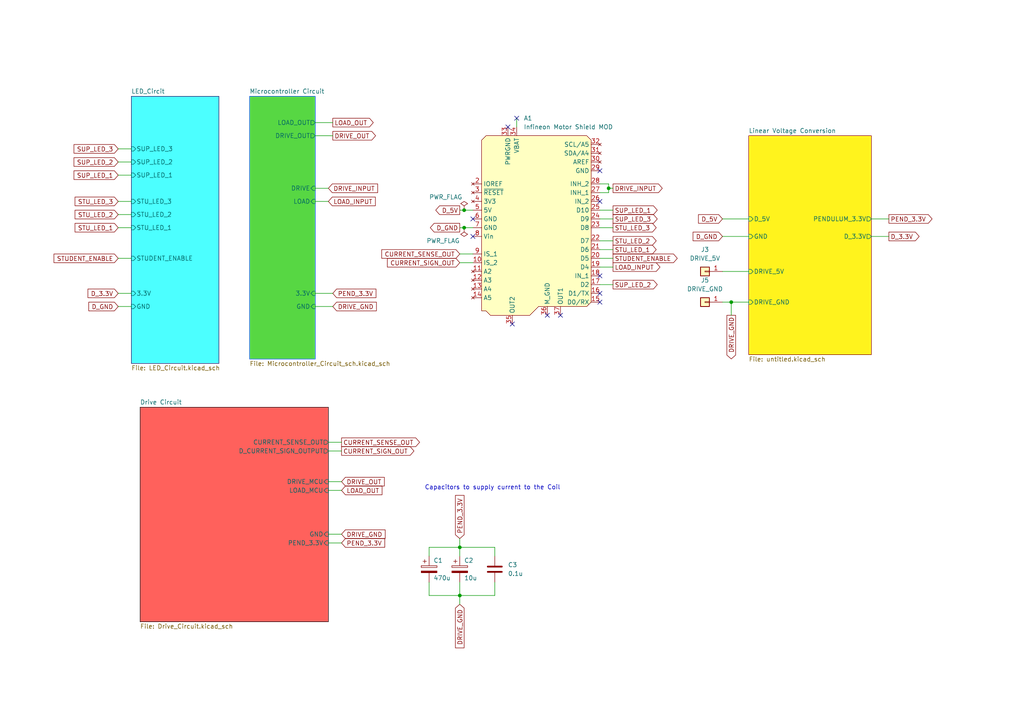
<source format=kicad_sch>
(kicad_sch (version 20211123) (generator eeschema)
  (paper "A4")
  (lib_symbols
    (symbol "000_Modules_Immo:Infineon Motor Shield MOD"
      (property "Reference" "A" (at 20.32 34.29 0))
      (property "Value" "Infineon Motor Shield MOD" (at 20.32 33.02 0))
      (symbol "Infineon Motor Shield MOD_0_1"
        (polyline (pts (xy -17.78 26.67) (xy -17.78 -22.86) (xy -16.51 -22.86) (xy -15.24 -24.13) (xy -3.81 -24.13) (xy -1.27 -21.59) (xy 12.7 -21.59) (xy 13.97 -20.32) (xy 13.97 26.67) (xy 12.7 27.94) (xy -16.51 27.94) (xy -17.78 26.67)) (fill (type background)))
      )
      (symbol "Infineon Motor Shield MOD_1_1"
        (pin no_connect line (at -20.32 16.51 0) (length 2.54) hide (name "NC") (number "1"))
        (pin input line (at -20.32 -8.89 0) (length 2.54) (name "IS_2") (number "10"))
        (pin no_connect line (at -20.32 -11.43 0) (length 2.54) (name "A2") (number "11"))
        (pin no_connect line (at -20.32 -13.97 0) (length 2.54) (name "A3") (number "12"))
        (pin no_connect line (at -20.32 -16.51 0) (length 2.54) (name "A4") (number "13"))
        (pin no_connect line (at -20.32 -19.05 0) (length 2.54) (name "A5") (number "14"))
        (pin bidirectional line (at 16.51 -20.32 180) (length 2.54) (name "D0/RX") (number "15"))
        (pin bidirectional line (at 16.51 -17.78 180) (length 2.54) (name "D1/TX") (number "16"))
        (pin bidirectional line (at 16.51 -15.24 180) (length 2.54) (name "D2") (number "17"))
        (pin bidirectional line (at 16.51 -12.7 180) (length 2.54) (name "IN_1") (number "18"))
        (pin bidirectional line (at 16.51 -10.16 180) (length 2.54) (name "D4") (number "19"))
        (pin no_connect line (at -20.32 13.97 0) (length 2.54) (name "IOREF") (number "2"))
        (pin bidirectional line (at 16.51 -7.62 180) (length 2.54) (name "D5") (number "20"))
        (pin bidirectional line (at 16.51 -5.08 180) (length 2.54) (name "D6") (number "21"))
        (pin bidirectional line (at 16.51 -2.54 180) (length 2.54) (name "D7") (number "22"))
        (pin bidirectional line (at 16.51 1.27 180) (length 2.54) (name "D8") (number "23"))
        (pin bidirectional line (at 16.51 3.81 180) (length 2.54) (name "D9") (number "24"))
        (pin bidirectional line (at 16.51 6.35 180) (length 2.54) (name "D10") (number "25"))
        (pin input line (at 16.51 8.89 180) (length 2.54) (name "IN_2") (number "26"))
        (pin input line (at 16.51 11.43 180) (length 2.54) (name "INH_1") (number "27"))
        (pin input line (at 16.51 13.97 180) (length 2.54) (name "INH_2") (number "28"))
        (pin power_in line (at 16.51 17.78 180) (length 2.54) (name "GND") (number "29"))
        (pin no_connect line (at -20.32 11.43 0) (length 2.54) (name "~{RESET}") (number "3"))
        (pin no_connect line (at 16.51 20.32 180) (length 2.54) (name "AREF") (number "30"))
        (pin no_connect line (at 16.51 22.86 180) (length 2.54) (name "SDA/A4") (number "31"))
        (pin no_connect line (at 16.51 25.4 180) (length 2.54) (name "SCL/A5") (number "32"))
        (pin power_in line (at -10.16 30.48 270) (length 2.54) (name "PWRGND") (number "33"))
        (pin power_in line (at -7.62 30.48 270) (length 2.54) (name "VBAT") (number "34"))
        (pin output line (at -8.89 -26.67 90) (length 2.54) (name "OUT2") (number "35"))
        (pin power_in line (at 1.27 -24.13 90) (length 2.54) (name "M_GND") (number "36"))
        (pin output line (at 5.08 -24.13 90) (length 2.54) (name "OUT1") (number "37"))
        (pin no_connect line (at -20.32 8.89 0) (length 2.54) (name "3V3") (number "4"))
        (pin input line (at -20.32 6.35 0) (length 2.54) (name "5V") (number "5"))
        (pin power_in line (at -20.32 3.81 0) (length 2.54) (name "GND") (number "6"))
        (pin power_in line (at -20.32 1.27 0) (length 2.54) (name "GND") (number "7"))
        (pin input line (at -20.32 -1.27 0) (length 2.54) (name "Vin") (number "8"))
        (pin input line (at -20.32 -6.35 0) (length 2.54) (name "IS_1") (number "9"))
      )
    )
    (symbol "Connector_Generic:Conn_01x01" (pin_names (offset 1.016) hide)
      (property "Reference" "J" (at 0 2.54 0))
      (property "Value" "Conn_01x01" (at 0 -2.54 0))
      (symbol "Conn_01x01_1_1"
        (rectangle (start -1.27 0.127) (end 0 -0.127) (stroke (width 0.1524)))
        (rectangle (start -1.27 1.27) (end 1.27 -1.27) (stroke (width 0.254)) (fill (type background)))
        (pin passive line (at -5.08 0 0) (length 3.81) (name "Pin_1") (number "1"))
      )
    )
    (symbol "Device:C" (pin_numbers hide) (pin_names (offset 0.254))
      (property "Reference" "C" (at 0.635 2.54 0))
      (property "Value" "C" (at 0.635 -2.54 0))
      (symbol "C_0_1"
        (polyline (pts (xy -2.032 -0.762) (xy 2.032 -0.762)) (stroke (width 0.508)))
        (polyline (pts (xy -2.032 0.762) (xy 2.032 0.762)) (stroke (width 0.508)))
      )
      (symbol "C_1_1"
        (pin passive line (at 0 3.81 270) (length 2.794) (name "~") (number "1"))
        (pin passive line (at 0 -3.81 90) (length 2.794) (name "~") (number "2"))
      )
    )
    (symbol "Device:C_Polarized" (pin_numbers hide) (pin_names (offset 0.254))
      (property "Reference" "C" (at 0.635 2.54 0))
      (property "Value" "C_Polarized" (at 0.635 -2.54 0))
      (symbol "C_Polarized_0_1"
        (rectangle (start -2.286 0.508) (end 2.286 1.016))
        (polyline (pts (xy -1.778 2.286) (xy -0.762 2.286)))
        (polyline (pts (xy -1.27 2.794) (xy -1.27 1.778)))
        (rectangle (start 2.286 -0.508) (end -2.286 -1.016) (fill (type outline)))
      )
      (symbol "C_Polarized_1_1"
        (pin passive line (at 0 3.81 270) (length 2.794) (name "~") (number "1"))
        (pin passive line (at 0 -3.81 90) (length 2.794) (name "~") (number "2"))
      )
    )
    (symbol "power:PWR_FLAG" (power) (pin_numbers hide) (pin_names (offset 0) hide)
      (property "Value" "PWR_FLAG" (at 0 3.81 0))
      (symbol "PWR_FLAG_0_0"
        (pin power_out line (at 0 0 90) (length 0) (name "pwr") (number "1"))
      )
      (symbol "PWR_FLAG_0_1"
        (polyline (pts (xy 0 0) (xy 0 1.27) (xy -1.016 1.905) (xy 0 2.54) (xy 1.016 1.905) (xy 0 1.27)))
      )
    )
  )
  (junction (at 176.53 54.61))
  (junction (at 134.62 66.04))
  (junction (at 212.09 87.63))
  (junction (at 134.62 60.96))
  (junction (at 133.35 172.72))
  (junction (at 133.35 158.75))
  (no_connect (at 173.99 58.42))
  (no_connect (at 137.16 63.5))
  (no_connect (at 173.99 49.53))
  (no_connect (at 137.16 68.58))
  (no_connect (at 173.99 85.09))
  (no_connect (at 173.99 87.63))
  (no_connect (at 173.99 80.01))
  (no_connect (at 158.75 91.44))
  (no_connect (at 149.86 34.29))
  (no_connect (at 162.56 91.44))
  (no_connect (at 148.59 93.98))
  (no_connect (at 147.32 36.83))
  (wire (pts (xy 173.99 82.55) (xy 177.8 82.55)))
  (wire (pts (xy 91.44 88.9) (xy 96.52 88.9)))
  (wire (pts (xy 173.99 72.39) (xy 177.8 72.39)))
  (wire (pts (xy 209.55 63.5) (xy 217.17 63.5)))
  (wire (pts (xy 176.53 54.61) (xy 177.8 54.61)))
  (wire (pts (xy 133.35 156.21) (xy 133.35 158.75)))
  (wire (pts (xy 143.51 161.29) (xy 143.51 158.75)))
  (wire (pts (xy 95.25 128.27) (xy 99.06 128.27)))
  (wire (pts (xy 209.55 68.58) (xy 217.17 68.58)))
  (wire (pts (xy 209.55 87.63) (xy 212.09 87.63)))
  (wire (pts (xy 173.99 60.96) (xy 177.8 60.96)))
  (wire (pts (xy 173.99 53.34) (xy 176.53 53.34)))
  (wire (pts (xy 173.99 77.47) (xy 177.8 77.47)))
  (wire (pts (xy 91.44 39.37) (xy 96.52 39.37)))
  (wire (pts (xy 95.25 154.94) (xy 99.06 154.94)))
  (wire (pts (xy 91.44 54.61) (xy 95.25 54.61)))
  (wire (pts (xy 143.51 168.91) (xy 143.51 172.72)))
  (wire (pts (xy 176.53 53.34) (xy 176.53 54.61)))
  (wire (pts (xy 173.99 69.85) (xy 177.8 69.85)))
  (wire (pts (xy 133.35 66.04) (xy 134.62 66.04)))
  (wire (pts (xy 252.73 63.5) (xy 257.81 63.5)))
  (wire (pts (xy 95.25 157.48) (xy 99.06 157.48)))
  (wire (pts (xy 176.53 54.61) (xy 176.53 55.88)))
  (wire (pts (xy 133.35 73.66) (xy 137.16 73.66)))
  (wire (pts (xy 209.55 78.74) (xy 217.17 78.74)))
  (wire (pts (xy 124.46 158.75) (xy 133.35 158.75)))
  (wire (pts (xy 34.29 46.99) (xy 38.1 46.99)))
  (wire (pts (xy 173.99 63.5) (xy 177.8 63.5)))
  (wire (pts (xy 134.62 60.96) (xy 137.16 60.96)))
  (wire (pts (xy 124.46 172.72) (xy 133.35 172.72)))
  (wire (pts (xy 95.25 142.24) (xy 99.06 142.24)))
  (wire (pts (xy 133.35 172.72) (xy 133.35 175.26)))
  (wire (pts (xy 133.35 158.75) (xy 133.35 161.29)))
  (wire (pts (xy 133.35 172.72) (xy 143.51 172.72)))
  (wire (pts (xy 133.35 76.2) (xy 137.16 76.2)))
  (wire (pts (xy 134.62 66.04) (xy 137.16 66.04)))
  (wire (pts (xy 149.86 34.29) (xy 149.86 36.83)))
  (wire (pts (xy 173.99 55.88) (xy 176.53 55.88)))
  (wire (pts (xy 143.51 158.75) (xy 133.35 158.75)))
  (wire (pts (xy 34.29 50.8) (xy 38.1 50.8)))
  (wire (pts (xy 124.46 168.91) (xy 124.46 172.72)))
  (wire (pts (xy 34.29 43.18) (xy 38.1 43.18)))
  (wire (pts (xy 95.25 139.7) (xy 99.06 139.7)))
  (wire (pts (xy 173.99 66.04) (xy 177.8 66.04)))
  (wire (pts (xy 133.35 168.91) (xy 133.35 172.72)))
  (wire (pts (xy 212.09 87.63) (xy 212.09 91.44)))
  (wire (pts (xy 34.29 66.04) (xy 38.1 66.04)))
  (wire (pts (xy 133.35 60.96) (xy 134.62 60.96)))
  (wire (pts (xy 34.29 74.93) (xy 38.1 74.93)))
  (wire (pts (xy 95.25 130.81) (xy 99.06 130.81)))
  (wire (pts (xy 34.29 62.23) (xy 38.1 62.23)))
  (wire (pts (xy 173.99 74.93) (xy 177.8 74.93)))
  (wire (pts (xy 124.46 161.29) (xy 124.46 158.75)))
  (wire (pts (xy 91.44 58.42) (xy 95.25 58.42)))
  (wire (pts (xy 34.29 58.42) (xy 38.1 58.42)))
  (wire (pts (xy 212.09 87.63) (xy 217.17 87.63)))
  (wire (pts (xy 91.44 35.56) (xy 96.52 35.56)))
  (wire (pts (xy 91.44 85.09) (xy 96.52 85.09)))
  (wire (pts (xy 34.29 88.9) (xy 38.1 88.9)))
  (wire (pts (xy 252.73 68.58) (xy 257.81 68.58)))
  (wire (pts (xy 34.29 85.09) (xy 38.1 85.09)))
  (text "Capacitors to supply current to the Coil" (at 162.56 142.24 180) (effects (font (size 1.27 1.27)) (justify right bottom)))
  (global_label "LOAD_OUT" (shape output) (at 96.52 35.56 0) (property "Intersheet References" "${INTERSHEET_REFS}" (effects hide)))
  (global_label "STU_LED_2" (shape output) (at 177.8 69.85 0) (property "Intersheet References" "${INTERSHEET_REFS}" (effects hide)))
  (global_label "CURRENT_SIGN_OUT" (shape output) (at 99.06 130.81 0) (property "Intersheet References" "${INTERSHEET_REFS}" (effects hide)))
  (global_label "CURRENT_SIGN_OUT" (shape input) (at 133.35 76.2 180) (property "Intersheet References" "${INTERSHEET_REFS}" (effects hide)))
  (global_label "DRIVE_GND" (shape input) (at 99.06 154.94 0) (property "Intersheet References" "${INTERSHEET_REFS}" (effects hide)))
  (global_label "LOAD_INPUT" (shape input) (at 95.25 58.42 0) (property "Intersheet References" "${INTERSHEET_REFS}" (effects hide)))
  (global_label "PEND_3.3V" (shape input) (at 99.06 157.48 0) (property "Intersheet References" "${INTERSHEET_REFS}" (effects hide)))
  (global_label "DRIVE_OUT" (shape input) (at 99.06 139.7 0) (property "Intersheet References" "${INTERSHEET_REFS}" (effects hide)))
  (global_label "SUP_LED_1" (shape output) (at 177.8 60.96 0) (property "Intersheet References" "${INTERSHEET_REFS}" (effects hide)))
  (global_label "CURRENT_SENSE_OUT" (shape output) (at 99.06 128.27 0) (property "Intersheet References" "${INTERSHEET_REFS}" (effects hide)))
  (global_label "PEND_3.3V" (shape input) (at 96.52 85.09 0) (property "Intersheet References" "${INTERSHEET_REFS}" (effects hide)))
  (global_label "D_5V" (shape input) (at 209.55 63.5 180) (property "Intersheet References" "${INTERSHEET_REFS}" (effects hide)))
  (global_label "STU_LED_3" (shape output) (at 177.8 66.04 0) (property "Intersheet References" "${INTERSHEET_REFS}" (effects hide)))
  (global_label "DRIVE_GND" (shape input) (at 96.52 88.9 0) (property "Intersheet References" "${INTERSHEET_REFS}" (effects hide)))
  (global_label "DRIVE_INPUT" (shape output) (at 177.8 54.61 0) (property "Intersheet References" "${INTERSHEET_REFS}" (effects hide)))
  (global_label "D_GND" (shape input) (at 34.29 88.9 180) (property "Intersheet References" "${INTERSHEET_REFS}" (effects hide)))
  (global_label "D_GND" (shape input) (at 209.55 68.58 180) (property "Intersheet References" "${INTERSHEET_REFS}" (effects hide)))
  (global_label "SUP_LED_3" (shape input) (at 34.29 43.18 180) (property "Intersheet References" "${INTERSHEET_REFS}" (effects hide)))
  (global_label "CURRENT_SENSE_OUT" (shape input) (at 133.35 73.66 180) (property "Intersheet References" "${INTERSHEET_REFS}" (effects hide)))
  (global_label "D_GND" (shape output) (at 133.35 66.04 180) (property "Intersheet References" "${INTERSHEET_REFS}" (effects hide)))
  (global_label "LOAD_INPUT" (shape output) (at 177.8 77.47 0) (property "Intersheet References" "${INTERSHEET_REFS}" (effects hide)))
  (global_label "SUP_LED_2" (shape output) (at 177.8 82.55 0) (property "Intersheet References" "${INTERSHEET_REFS}" (effects hide)))
  (global_label "D_5V" (shape output) (at 133.35 60.96 180) (property "Intersheet References" "${INTERSHEET_REFS}" (effects hide)))
  (global_label "SUP_LED_3" (shape output) (at 177.8 63.5 0) (property "Intersheet References" "${INTERSHEET_REFS}" (effects hide)))
  (global_label "DRIVE_OUT" (shape output) (at 96.52 39.37 0) (property "Intersheet References" "${INTERSHEET_REFS}" (effects hide)))
  (global_label "STUDENT_ENABLE" (shape input) (at 34.29 74.93 180) (property "Intersheet References" "${INTERSHEET_REFS}" (effects hide)))
  (global_label "DRIVE_GND" (shape output) (at 212.09 91.44 270) (property "Intersheet References" "${INTERSHEET_REFS}" (effects hide)))
  (global_label "SUP_LED_2" (shape input) (at 34.29 46.99 180) (property "Intersheet References" "${INTERSHEET_REFS}" (effects hide)))
  (global_label "STU_LED_2" (shape input) (at 34.29 62.23 180) (property "Intersheet References" "${INTERSHEET_REFS}" (effects hide)))
  (global_label "STUDENT_ENABLE" (shape output) (at 177.8 74.93 0) (property "Intersheet References" "${INTERSHEET_REFS}" (effects hide)))
  (global_label "STU_LED_1" (shape output) (at 177.8 72.39 0) (property "Intersheet References" "${INTERSHEET_REFS}" (effects hide)))
  (global_label "STU_LED_3" (shape input) (at 34.29 58.42 180) (property "Intersheet References" "${INTERSHEET_REFS}" (effects hide)))
  (global_label "PEND_3.3V" (shape output) (at 257.81 63.5 0) (property "Intersheet References" "${INTERSHEET_REFS}" (effects hide)))
  (global_label "STU_LED_1" (shape input) (at 34.29 66.04 180) (property "Intersheet References" "${INTERSHEET_REFS}" (effects hide)))
  (global_label "LOAD_OUT" (shape input) (at 99.06 142.24 0) (property "Intersheet References" "${INTERSHEET_REFS}" (effects hide)))
  (global_label "D_3.3V" (shape output) (at 257.81 68.58 0) (property "Intersheet References" "${INTERSHEET_REFS}" (effects hide)))
  (global_label "DRIVE_GND" (shape input) (at 133.35 175.26 270) (property "Intersheet References" "${INTERSHEET_REFS}" (effects hide)))
  (global_label "D_3.3V" (shape input) (at 34.29 85.09 180) (property "Intersheet References" "${INTERSHEET_REFS}" (effects hide)))
  (global_label "SUP_LED_1" (shape input) (at 34.29 50.8 180) (property "Intersheet References" "${INTERSHEET_REFS}" (effects hide)))
  (global_label "PEND_3.3V" (shape input) (at 133.35 156.21 90) (property "Intersheet References" "${INTERSHEET_REFS}" (effects hide)))
  (global_label "DRIVE_INPUT" (shape input) (at 95.25 54.61 0) (property "Intersheet References" "${INTERSHEET_REFS}" (effects hide)))
  (symbol (lib_id "Device:C_Polarized") (at 133.35 165.1 0) (unit 1)
    (property "Reference" "C2" (at 134.62 162.56 0) (effects (justify left)))
    (property "Value" "10u" (at 134.62 167.64 0) (effects (justify left)))
    (property "Footprint" "Capacitor_SMD:CP_Elec_3x5.3" (effects hide))
  )
  (symbol (lib_id "Device:C_Polarized") (at 124.46 165.1 0) (unit 1)
    (property "Reference" "C1" (at 125.73 162.56 0) (effects (justify left)))
    (property "Value" "470u" (at 125.73 167.64 0) (effects (justify left)))
    (property "Footprint" "Capacitor_SMD:C_Elec_8x10.2" (effects hide))
  )
  (symbol (lib_id "Device:C") (at 143.51 165.1 0) (unit 1)
    (property "Reference" "C3" (at 147.32 163.8299 0) (effects (justify left)))
    (property "Value" "0.1u" (at 147.32 166.3699 0) (effects (justify left)))
    (property "Footprint" "Capacitor_SMD:C_0805_2012Metric_Pad1.18x1.45mm_HandSolder" (effects hide))
  )
  (symbol (lib_id "000_Modules_Immo:Infineon Motor Shield MOD") (at 157.48 67.31 0) (unit 1)
    (property "Reference" "A1" (at 151.8794 34.29 0) (effects (justify left)))
    (property "Value" "Infineon Motor Shield MOD" (at 151.8794 36.83 0) (effects (justify left)))
    (property "Footprint" "Audio_Module:Infineon Motor Sheild hiddenPins" (effects hide))
    (property "Datasheet" "https://docs.rs-online.com/91cb/0900766b81490d99.pdf" (effects hide))
  )
  (symbol (lib_id "power:PWR_FLAG") (at 134.62 60.96 0) (mirror y) (unit 1)
    (property "Reference" "#FLG0104" (effects hide))
    (property "Value" "PWR_FLAG" (at 124.46 57.15 0) (effects (justify right)))
  )
  (symbol (lib_id "power:PWR_FLAG") (at 134.62 66.04 0) (mirror x) (unit 1)
    (property "Reference" "#FLG0103" (effects hide))
    (property "Value" "PWR_FLAG" (at 133.35 69.85 0) (effects (justify right)))
  )
  (symbol (lib_id "Connector_Generic:Conn_01x01") (at 204.47 87.63 0) (mirror y) (unit 1)
    (property "Reference" "J5" (at 204.47 81.28 0))
    (property "Value" "DRIVE_GND" (at 204.47 83.82 0))
    (property "Footprint" "Connector_Pin:Pin_D1.3mm_L11.0mm" (effects hide))
  )
  (symbol (lib_id "Connector_Generic:Conn_01x01") (at 204.47 78.74 0) (mirror y) (unit 1)
    (property "Reference" "J3" (at 204.47 72.39 0))
    (property "Value" "DRIVE_5V" (at 204.47 74.93 0))
    (property "Footprint" "Connector_Pin:Pin_D1.3mm_L11.0mm" (effects hide))
  )
  (sheet (at 38.1 27.94) (size 25.4 77.47) (stroke (width 0.1524) (color 36 6 99 1)) (fill (color 76 255 255 1.0000))
    (property "Sheet name" "LED_Circit" (at 38.1 27.2284 0) (effects (justify left bottom)))
    (property "Sheet file" "LED_Circuit.kicad_sch" (at 38.1 105.9946 0) (effects (justify left top)))
    (pin "GND" input (at 38.1 88.9 180))
    (pin "STUDENT_ENABLE" input (at 38.1 74.93 180))
    (pin "STU_LED_1" input (at 38.1 66.04 180))
    (pin "STU_LED_2" input (at 38.1 62.23 180))
    (pin "SUP_LED_1" input (at 38.1 50.8 180))
    (pin "SUP_LED_2" input (at 38.1 46.99 180))
    (pin "SUP_LED_3" input (at 38.1 43.18 180))
    (pin "STU_LED_3" input (at 38.1 58.42 180))
    (pin "3.3V" input (at 38.1 85.09 180))
  )
  (sheet (at 217.17 39.37) (size 35.56 63.5) (stroke (width 0.1524)) (fill (color 255 243 29 1.0000))
    (property "Sheet name" "Linear Voltage Conversion" (at 217.17 38.6584 0) (effects (justify left bottom)))
    (property "Sheet file" "untitled.kicad_sch" (at 217.17 103.4546 0) (effects (justify left top)))
    (pin "GND" input (at 217.17 68.58 180))
    (pin "PENDULUM_3.3V" output (at 252.73 63.5 0))
    (pin "D_3.3V" output (at 252.73 68.58 0))
    (pin "D_5V" input (at 217.17 63.5 180))
    (pin "DRIVE_GND" input (at 217.17 87.63 180))
    (pin "DRIVE_5V" input (at 217.17 78.74 180))
  )
  (sheet (at 40.64 118.11) (size 54.61 62.23) (stroke (width 0.1524) (color 4 0 8 1)) (fill (color 255 97 92 1.0000))
    (property "Sheet name" "Drive Circuit" (at 40.64 117.3984 0) (effects (justify left bottom)))
    (property "Sheet file" "Drive_Circuit.kicad_sch" (at 40.64 180.9246 0) (effects (justify left top)))
    (pin "CURRENT_SENSE_OUT" output (at 95.25 128.27 0))
    (pin "DRIVE_MCU" input (at 95.25 139.7 0))
    (pin "LOAD_MCU" input (at 95.25 142.24 0))
    (pin "D_CURRENT_SIGN_OUTPUT" output (at 95.25 130.81 0))
    (pin "GND" input (at 95.25 154.94 0))
    (pin "PEND_3.3V" input (at 95.25 157.48 0))
  )
  (sheet (at 72.39 27.94) (size 19.05 76.2) (stroke (width 0.1524) (color 0 70 255 1)) (fill (color 87 215 67 1.0000))
    (property "Sheet name" "Microcontroller Circuit" (at 72.39 27.2284 0) (effects (justify left bottom)))
    (property "Sheet file" "Microcontroller_Circuit_sch.kicad_sch" (at 72.39 104.7246 0) (effects (justify left top)))
    (pin "GND" input (at 91.44 88.9 0))
    (pin "LOAD" input (at 91.44 58.42 0))
    (pin "LOAD_OUT" output (at 91.44 35.56 0))
    (pin "DRIVE_OUT" output (at 91.44 39.37 0))
    (pin "DRIVE" input (at 91.44 54.61 0))
    (pin "3.3V" input (at 91.44 85.09 0))
  )
)
</source>
